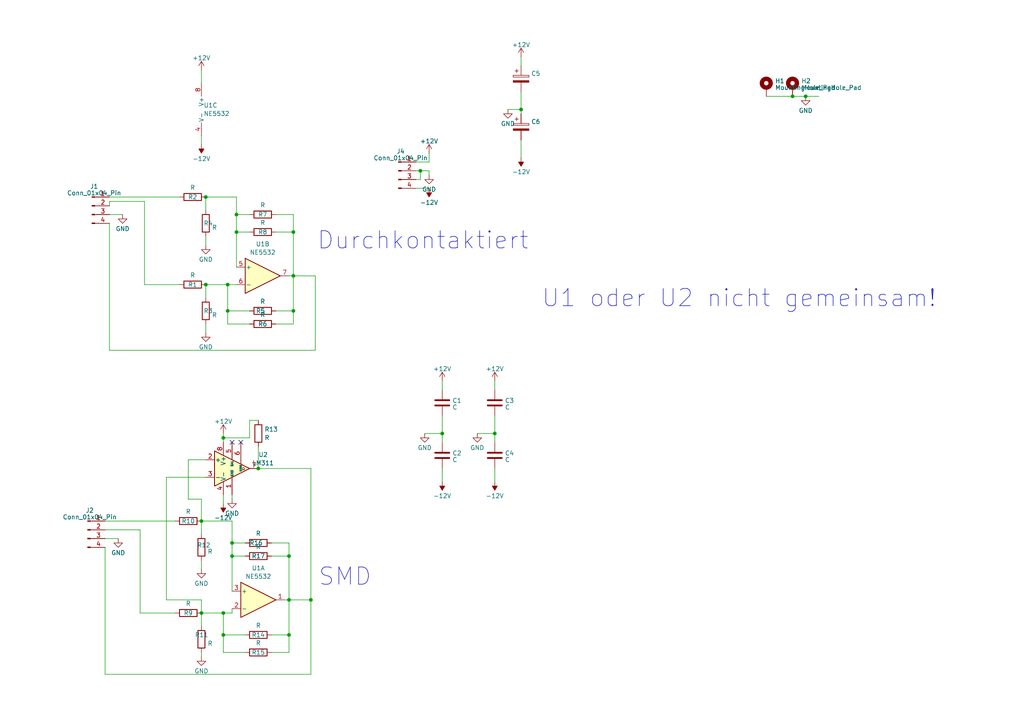
<source format=kicad_sch>
(kicad_sch (version 20231120) (generator "eeschema") (generator_version "8.0")
  (paper "A4")
  (title_block (title "Breadboard OP") (date "2023-11-25") (rev "1.0"))
  (lib_symbols
    (symbol "Amplifier_Operational:NE5532" (pin_names (offset 0.127))
      (property "Reference" "U" (at 0 5.08 0))
      (property "Value" "NE5532" (at 0 -5.08 0))
      (symbol "NE5532_1_1"
        (polyline (pts (xy -5.08 5.08) (xy 5.08 0) (xy -5.08 -5.08) (xy -5.08 5.08)) (stroke (width 0.254)) (fill (type background)))
        (pin output line (at 7.62 0 180) (length 2.54) (name "~") (number "1"))
        (pin input line (at -7.62 -2.54 0) (length 2.54) (name "-") (number "2"))
        (pin input line (at -7.62 2.54 0) (length 2.54) (name "+") (number "3"))
      )
      (symbol "NE5532_2_1"
        (polyline (pts (xy -5.08 5.08) (xy 5.08 0) (xy -5.08 -5.08) (xy -5.08 5.08)) (stroke (width 0.254)) (fill (type background)))
        (pin input line (at -7.62 2.54 0) (length 2.54) (name "+") (number "5"))
        (pin input line (at -7.62 -2.54 0) (length 2.54) (name "-") (number "6"))
        (pin output line (at 7.62 0 180) (length 2.54) (name "~") (number "7"))
      )
      (symbol "NE5532_3_1"
        (pin power_in line (at -2.54 -7.62 90) (length 3.81) (name "V-") (number "4"))
        (pin power_in line (at -2.54 7.62 270) (length 3.81) (name "V+") (number "8"))
      )
    )
    (symbol "Comparator:LM311" (pin_names (offset 0.127))
      (property "Reference" "U" (at 3.81 6.35 0))
      (property "Value" "LM311" (at 3.81 3.81 0))
      (symbol "LM311_0_1"
        (polyline (pts (xy 5.08 0) (xy -5.08 5.08) (xy -5.08 -5.08) (xy 5.08 0)) (stroke (width 0.254)) (fill (type background)))
        (polyline (pts (xy 3.683 -0.381) (xy 3.302 -0.381) (xy 3.683 0) (xy 3.302 0.381) (xy 2.921 0) (xy 3.302 -0.381) (xy 2.921 -0.381)) (stroke (width 0.127)))
      )
      (symbol "LM311_1_1"
        (pin passive line (at 0 -7.62 90) (length 5.08) (name "GND") (number "1"))
        (pin input line (at -7.62 2.54 0) (length 2.54) (name "+") (number "2"))
        (pin input line (at -7.62 -2.54 0) (length 2.54) (name "-") (number "3"))
        (pin power_in line (at -2.54 -7.62 90) (length 3.81) (name "V-") (number "4"))
        (pin input line (at 0 7.62 270) (length 5.08) (name "BAL") (number "5"))
        (pin input line (at 2.54 7.62 270) (length 6.35) (name "STRB") (number "6"))
        (pin open_collector line (at 7.62 0 180) (length 2.54) (name "~") (number "7"))
        (pin power_in line (at -2.54 7.62 270) (length 3.81) (name "V+") (number "8"))
      )
    )
    (symbol "Connector:Conn_01x04_Pin" (pin_names (offset 1.016) hide)
      (property "Reference" "J" (at 0 5.08 0))
      (property "Value" "Conn_01x04_Pin" (at 0 -7.62 0))
      (symbol "Conn_01x04_Pin_1_1"
        (polyline (pts (xy 1.27 -5.08) (xy 0.8636 -5.08)) (stroke (width 0.1524)))
        (polyline (pts (xy 1.27 -2.54) (xy 0.8636 -2.54)) (stroke (width 0.1524)))
        (polyline (pts (xy 1.27 0) (xy 0.8636 0)) (stroke (width 0.1524)))
        (polyline (pts (xy 1.27 2.54) (xy 0.8636 2.54)) (stroke (width 0.1524)))
        (rectangle (start 0.8636 -4.953) (end 0 -5.207) (stroke (width 0.1524)) (fill (type outline)))
        (rectangle (start 0.8636 -2.413) (end 0 -2.667) (stroke (width 0.1524)) (fill (type outline)))
        (rectangle (start 0.8636 0.127) (end 0 -0.127) (stroke (width 0.1524)) (fill (type outline)))
        (rectangle (start 0.8636 2.667) (end 0 2.413) (stroke (width 0.1524)) (fill (type outline)))
        (pin passive line (at 5.08 2.54 180) (length 3.81) (name "Pin_1") (number "1"))
        (pin passive line (at 5.08 0 180) (length 3.81) (name "Pin_2") (number "2"))
        (pin passive line (at 5.08 -2.54 180) (length 3.81) (name "Pin_3") (number "3"))
        (pin passive line (at 5.08 -5.08 180) (length 3.81) (name "Pin_4") (number "4"))
      )
    )
    (symbol "Device:C" (pin_numbers hide) (pin_names (offset 0.254))
      (property "Reference" "C" (at 0.635 2.54 0))
      (property "Value" "C" (at 0.635 -2.54 0))
      (symbol "C_0_1"
        (polyline (pts (xy -2.032 -0.762) (xy 2.032 -0.762)) (stroke (width 0.508)))
        (polyline (pts (xy -2.032 0.762) (xy 2.032 0.762)) (stroke (width 0.508)))
      )
      (symbol "C_1_1"
        (pin passive line (at 0 3.81 270) (length 2.794) (name "~") (number "1"))
        (pin passive line (at 0 -3.81 90) (length 2.794) (name "~") (number "2"))
      )
    )
    (symbol "Device:C_Polarized" (pin_numbers hide) (pin_names (offset 0.254))
      (property "Reference" "C" (at 0.635 2.54 0))
      (property "Value" "C_Polarized" (at 0.635 -2.54 0))
      (symbol "C_Polarized_0_1"
        (rectangle (start -2.286 0.508) (end 2.286 1.016))
        (polyline (pts (xy -1.778 2.286) (xy -0.762 2.286)))
        (polyline (pts (xy -1.27 2.794) (xy -1.27 1.778)))
        (rectangle (start 2.286 -0.508) (end -2.286 -1.016) (fill (type outline)))
      )
      (symbol "C_Polarized_1_1"
        (pin passive line (at 0 3.81 270) (length 2.794) (name "~") (number "1"))
        (pin passive line (at 0 -3.81 90) (length 2.794) (name "~") (number "2"))
      )
    )
    (symbol "Device:R" (pin_numbers hide) (pin_names (offset 0))
      (property "Reference" "R" (at 2.032 0 90))
      (property "Value" "R" (at 0 0 90))
      (symbol "R_0_1"
        (rectangle (start -1.016 -2.54) (end 1.016 2.54) (stroke (width 0.254)))
      )
      (symbol "R_1_1"
        (pin passive line (at 0 3.81 270) (length 1.27) (name "~") (number "1"))
        (pin passive line (at 0 -3.81 90) (length 1.27) (name "~") (number "2"))
      )
    )
    (symbol "Mechanical:MountingHole_Pad" (pin_numbers hide) (pin_names (offset 1.016) hide)
      (property "Reference" "H" (at 0 6.35 0))
      (property "Value" "MountingHole_Pad" (at 0 4.445 0))
      (symbol "MountingHole_Pad_0_1"
        (circle (center 0 1.27) (radius 1.27) (stroke (width 1.27)))
      )
      (symbol "MountingHole_Pad_1_1"
        (pin input line (at 0 -2.54 90) (length 2.54) (name "1") (number "1"))
      )
    )
    (symbol "power:+12V" (power) (pin_names (offset 0))
      (property "Value" "+12V" (at 0 3.556 0))
      (symbol "+12V_0_1"
        (polyline (pts (xy -0.762 1.27) (xy 0 2.54)))
        (polyline (pts (xy 0 0) (xy 0 2.54)))
        (polyline (pts (xy 0 2.54) (xy 0.762 1.27)))
      )
      (symbol "+12V_1_1"
        (pin power_in line (at 0 0 90) (length 0) hide (name "+12V") (number "1"))
      )
    )
    (symbol "power:-12V" (power) (pin_names (offset 0))
      (property "Value" "-12V" (at 0 3.81 0))
      (symbol "-12V_0_0"
        (pin power_in line (at 0 0 90) (length 0) hide (name "-12V") (number "1"))
      )
      (symbol "-12V_0_1"
        (polyline (pts (xy 0 0) (xy 0 1.27) (xy 0.762 1.27) (xy 0 2.54) (xy -0.762 1.27) (xy 0 1.27)) (fill (type outline)))
      )
    )
    (symbol "power:GND" (power) (pin_names (offset 0))
      (property "Value" "GND" (at 0 -3.81 0))
      (symbol "GND_0_1"
        (polyline (pts (xy 0 0) (xy 0 -1.27) (xy 1.27 -1.27) (xy 0 -2.54) (xy -1.27 -1.27) (xy 0 -1.27)))
      )
      (symbol "GND_1_1"
        (pin power_in line (at 0 0 270) (length 0) hide (name "GND") (number "1"))
      )
    )
  )
  (junction (at 64.77 127))
  (junction (at 85.09 80.01))
  (junction (at 58.42 151.13))
  (junction (at 90.17 173.99))
  (junction (at 68.58 62.23))
  (junction (at 85.09 67.31))
  (junction (at 67.31 157.48))
  (junction (at 83.82 173.99))
  (junction (at 143.51 125.73))
  (junction (at 85.09 90.17))
  (junction (at 59.69 57.15))
  (junction (at 121.92 49.53))
  (junction (at 128.27 125.73))
  (junction (at 229.87 27.94))
  (junction (at 74.93 135.89))
  (junction (at 83.82 161.29))
  (junction (at 58.42 177.8))
  (junction (at 151.13 31.75))
  (junction (at 68.58 67.31))
  (junction (at 59.69 82.55))
  (junction (at 64.77 177.8))
  (junction (at 66.04 90.17))
  (junction (at 67.31 161.29))
  (junction (at 83.82 184.15))
  (junction (at 64.77 184.15))
  (junction (at 66.04 82.55))
  (junction (at 233.68 27.94))
  (no_connect (at 67.31 128.27))
  (no_connect (at 69.85 128.27))
  (wire (pts (xy 74.93 135.89) (xy 90.17 135.89)))
  (wire (pts (xy 67.31 157.48) (xy 67.31 161.29)))
  (wire (pts (xy 68.58 62.23) (xy 72.39 62.23)))
  (wire (pts (xy 64.77 125.73) (xy 64.77 127)))
  (wire (pts (xy 68.58 67.31) (xy 68.58 77.47)))
  (wire (pts (xy 83.82 157.48) (xy 83.82 161.29)))
  (wire (pts (xy 78.74 157.48) (xy 83.82 157.48)))
  (wire (pts (xy 66.04 90.17) (xy 66.04 93.98)))
  (wire (pts (xy 128.27 110.49) (xy 128.27 113.03)))
  (wire (pts (xy 58.42 162.56) (xy 58.42 165.1)))
  (wire (pts (xy 151.13 40.64) (xy 151.13 45.72)))
  (wire (pts (xy 58.42 144.78) (xy 58.42 151.13)))
  (wire (pts (xy 80.01 67.31) (xy 85.09 67.31)))
  (wire (pts (xy 83.82 173.99) (xy 82.55 173.99)))
  (wire (pts (xy 31.75 57.15) (xy 52.07 57.15)))
  (wire (pts (xy 128.27 135.89) (xy 128.27 139.7)))
  (wire (pts (xy 58.42 173.99) (xy 58.42 177.8)))
  (wire (pts (xy 54.61 133.35) (xy 54.61 144.78)))
  (wire (pts (xy 72.39 121.92) (xy 72.39 127)))
  (wire (pts (xy 54.61 144.78) (xy 58.42 144.78)))
  (wire (pts (xy 67.31 143.51) (xy 67.31 144.78)))
  (wire (pts (xy 58.42 151.13) (xy 58.42 154.94)))
  (wire (pts (xy 59.69 82.55) (xy 59.69 86.36)))
  (wire (pts (xy 143.51 125.73) (xy 143.51 128.27)))
  (wire (pts (xy 59.69 57.15) (xy 59.69 60.96)))
  (wire (pts (xy 85.09 62.23) (xy 85.09 67.31)))
  (wire (pts (xy 58.42 20.32) (xy 58.42 24.13)))
  (wire (pts (xy 85.09 80.01) (xy 91.44 80.01)))
  (wire (pts (xy 147.32 31.75) (xy 151.13 31.75)))
  (wire (pts (xy 83.82 173.99) (xy 90.17 173.99)))
  (wire (pts (xy 128.27 120.65) (xy 128.27 125.73)))
  (wire (pts (xy 66.04 82.55) (xy 68.58 82.55)))
  (wire (pts (xy 83.82 184.15) (xy 83.82 173.99)))
  (wire (pts (xy 41.91 82.55) (xy 41.91 58.42)))
  (wire (pts (xy 78.74 184.15) (xy 83.82 184.15)))
  (wire (pts (xy 222.25 27.94) (xy 229.87 27.94)))
  (wire (pts (xy 151.13 26.67) (xy 151.13 31.75)))
  (wire (pts (xy 80.01 62.23) (xy 85.09 62.23)))
  (wire (pts (xy 68.58 62.23) (xy 68.58 67.31)))
  (wire (pts (xy 85.09 93.98) (xy 85.09 90.17)))
  (wire (pts (xy 31.75 58.42) (xy 31.75 59.69)))
  (wire (pts (xy 48.26 138.43) (xy 48.26 173.99)))
  (wire (pts (xy 151.13 16.51) (xy 151.13 19.05)))
  (wire (pts (xy 31.75 101.6) (xy 31.75 64.77)))
  (wire (pts (xy 67.31 157.48) (xy 71.12 157.48)))
  (wire (pts (xy 48.26 138.43) (xy 59.69 138.43)))
  (wire (pts (xy 30.48 195.58) (xy 30.48 158.75)))
  (wire (pts (xy 143.51 135.89) (xy 143.51 139.7)))
  (wire (pts (xy 124.46 49.53) (xy 124.46 50.8)))
  (wire (pts (xy 64.77 177.8) (xy 64.77 184.15)))
  (wire (pts (xy 41.91 58.42) (xy 31.75 58.42)))
  (wire (pts (xy 30.48 151.13) (xy 50.8 151.13)))
  (wire (pts (xy 31.75 62.23) (xy 35.56 62.23)))
  (wire (pts (xy 229.87 27.94) (xy 233.68 27.94)))
  (wire (pts (xy 64.77 143.51) (xy 64.77 146.05)))
  (wire (pts (xy 72.39 127) (xy 64.77 127)))
  (wire (pts (xy 58.42 189.23) (xy 58.42 190.5)))
  (wire (pts (xy 138.43 125.73) (xy 143.51 125.73)))
  (wire (pts (xy 120.65 49.53) (xy 121.92 49.53)))
  (wire (pts (xy 64.77 189.23) (xy 71.12 189.23)))
  (wire (pts (xy 66.04 82.55) (xy 66.04 90.17)))
  (wire (pts (xy 85.09 80.01) (xy 83.82 80.01)))
  (wire (pts (xy 40.64 177.8) (xy 40.64 153.67)))
  (wire (pts (xy 78.74 161.29) (xy 83.82 161.29)))
  (wire (pts (xy 59.69 93.98) (xy 59.69 96.52)))
  (wire (pts (xy 120.65 54.61) (xy 124.46 54.61)))
  (wire (pts (xy 68.58 57.15) (xy 68.58 62.23)))
  (wire (pts (xy 58.42 177.8) (xy 58.42 181.61)))
  (wire (pts (xy 59.69 133.35) (xy 54.61 133.35)))
  (wire (pts (xy 41.91 82.55) (xy 52.07 82.55)))
  (wire (pts (xy 128.27 125.73) (xy 128.27 128.27)))
  (wire (pts (xy 58.42 39.37) (xy 58.42 41.91)))
  (wire (pts (xy 80.01 93.98) (xy 85.09 93.98)))
  (wire (pts (xy 59.69 68.58) (xy 59.69 71.12)))
  (wire (pts (xy 85.09 67.31) (xy 85.09 80.01)))
  (wire (pts (xy 91.44 101.6) (xy 31.75 101.6)))
  (wire (pts (xy 121.92 52.07) (xy 121.92 49.53)))
  (wire (pts (xy 91.44 80.01) (xy 91.44 101.6)))
  (wire (pts (xy 143.51 120.65) (xy 143.51 125.73)))
  (wire (pts (xy 123.19 125.73) (xy 128.27 125.73)))
  (wire (pts (xy 66.04 93.98) (xy 72.39 93.98)))
  (wire (pts (xy 64.77 184.15) (xy 71.12 184.15)))
  (wire (pts (xy 64.77 184.15) (xy 64.77 189.23)))
  (wire (pts (xy 143.51 110.49) (xy 143.51 113.03)))
  (wire (pts (xy 67.31 177.8) (xy 67.31 176.53)))
  (wire (pts (xy 58.42 151.13) (xy 67.31 151.13)))
  (wire (pts (xy 48.26 173.99) (xy 58.42 173.99)))
  (wire (pts (xy 67.31 151.13) (xy 67.31 157.48)))
  (wire (pts (xy 66.04 90.17) (xy 72.39 90.17)))
  (wire (pts (xy 64.77 177.8) (xy 67.31 177.8)))
  (wire (pts (xy 124.46 46.99) (xy 124.46 44.45)))
  (wire (pts (xy 83.82 161.29) (xy 83.82 173.99)))
  (wire (pts (xy 58.42 177.8) (xy 64.77 177.8)))
  (wire (pts (xy 120.65 46.99) (xy 124.46 46.99)))
  (wire (pts (xy 40.64 153.67) (xy 30.48 153.67)))
  (wire (pts (xy 67.31 161.29) (xy 67.31 171.45)))
  (wire (pts (xy 74.93 121.92) (xy 72.39 121.92)))
  (wire (pts (xy 59.69 82.55) (xy 66.04 82.55)))
  (wire (pts (xy 151.13 31.75) (xy 151.13 33.02)))
  (wire (pts (xy 83.82 189.23) (xy 83.82 184.15)))
  (wire (pts (xy 78.74 189.23) (xy 83.82 189.23)))
  (wire (pts (xy 120.65 52.07) (xy 121.92 52.07)))
  (wire (pts (xy 68.58 67.31) (xy 72.39 67.31)))
  (wire (pts (xy 233.68 27.94) (xy 237.49 27.94)))
  (wire (pts (xy 59.69 57.15) (xy 68.58 57.15)))
  (wire (pts (xy 90.17 135.89) (xy 90.17 173.99)))
  (wire (pts (xy 64.77 127) (xy 64.77 128.27)))
  (wire (pts (xy 67.31 161.29) (xy 71.12 161.29)))
  (wire (pts (xy 90.17 195.58) (xy 30.48 195.58)))
  (wire (pts (xy 74.93 129.54) (xy 74.93 135.89)))
  (wire (pts (xy 30.48 156.21) (xy 34.29 156.21)))
  (wire (pts (xy 121.92 49.53) (xy 124.46 49.53)))
  (wire (pts (xy 90.17 173.99) (xy 90.17 195.58)))
  (wire (pts (xy 40.64 177.8) (xy 50.8 177.8)))
  (wire (pts (xy 85.09 90.17) (xy 85.09 80.01)))
  (wire (pts (xy 80.01 90.17) (xy 85.09 90.17)))
  (text "U1 oder U2 nicht gemeinsam!" (at 214.376 86.614 0) (effects (font (size 5 5))))
  (text "Durchkontaktiert" (at 122.682 69.85 0) (effects (font (size 5 5))))
  (text "SMD" (at 100.076 167.386 0) (effects (font (size 5 5))))
  (symbol (lib_id "Amplifier_Operational:NE5532") (at 76.2 80.01 0) (unit 2)
    (property "Reference" "U1" (at 76.2 70.7857 0))
    (property "Value" "NE5532" (at 76.2 73.2099 0))
    (property "Footprint" "Package_SO:SOIC-8_3.9x4.9mm_P1.27mm" (effects (hide yes)))
    (property "Datasheet" "http://www.ti.com/lit/ds/symlink/ne5532.pdf" (effects (hide yes)))
  )
  (symbol (lib_id "Device:R") (at 54.61 177.8 90) (unit 1)
    (property "Reference" "R9" (at 54.61 177.8 90))
    (property "Value" "R" (at 54.61 175.0639 90))
    (property "Footprint" "Resistor_SMD:R_0805_2012Metric_Pad1.20x1.40mm_HandSolder" (effects (hide yes)))
  )
  (symbol (lib_id "Device:C") (at 143.51 116.84 0) (unit 1)
    (property "Reference" "C3" (at 146.431 116.1963 0) (effects (justify left)))
    (property "Value" "C" (at 146.431 118.1173 0) (effects (justify left)))
    (property "Footprint" "Capacitor_SMD:C_0805_2012Metric_Pad1.18x1.45mm_HandSolder" (effects (hide yes)))
  )
  (symbol (lib_id "Mechanical:MountingHole_Pad") (at 229.87 25.4 0) (unit 1)
    (property "Reference" "H2" (at 232.41 23.4863 0) (effects (justify left)))
    (property "Value" "MountingHole_Pad" (at 232.41 25.4073 0) (effects (justify left)))
    (property "Footprint" "MountingHole:MountingHole_3.2mm_M3_DIN965_Pad_TopBottom" (effects (hide yes)))
  )
  (symbol (lib_id "Amplifier_Operational:NE5532") (at 60.96 31.75 0) (unit 3)
    (property "Reference" "U1" (at 59.055 30.5379 0) (effects (justify left)))
    (property "Value" "NE5532" (at 59.055 32.9621 0) (effects (justify left)))
    (property "Footprint" "Package_SO:SOIC-8_3.9x4.9mm_P1.27mm" (effects (hide yes)))
    (property "Datasheet" "http://www.ti.com/lit/ds/symlink/ne5532.pdf" (effects (hide yes)))
  )
  (symbol (lib_id "Device:R") (at 55.88 57.15 90) (unit 1)
    (property "Reference" "R2" (at 55.88 57.15 90))
    (property "Value" "R" (at 55.88 54.4139 90))
    (property "Footprint" "Resistor_THT:R_Axial_DIN0204_L3.6mm_D1.6mm_P7.62mm_Horizontal" (effects (hide yes)))
  )
  (symbol (lib_id "power:-12V") (at 128.27 139.7 180) (unit 1)
    (property "Reference" "#PWR0143" (effects (hide yes)))
    (property "Value" "-12V" (at 128.27 143.8355 0))
  )
  (symbol (lib_id "power:+12V") (at 151.13 16.51 0) (unit 1)
    (property "Reference" "#PWR0116" (effects (hide yes)))
    (property "Value" "+12V" (at 151.13 13.0081 0))
  )
  (symbol (lib_id "power:-12V") (at 124.46 54.61 180) (unit 1)
    (property "Reference" "#PWR0110" (effects (hide yes)))
    (property "Value" "-12V" (at 124.46 58.7455 0))
  )
  (symbol (lib_id "Device:R") (at 74.93 157.48 90) (unit 1)
    (property "Reference" "R16" (at 74.295 157.48 90))
    (property "Value" "R" (at 74.93 154.7439 90))
    (property "Footprint" "Resistor_SMD:R_0805_2012Metric_Pad1.20x1.40mm_HandSolder" (effects (hide yes)))
  )
  (symbol (lib_id "Device:C_Polarized") (at 151.13 22.86 0) (unit 1)
    (property "Reference" "C5" (at 154.051 21.3273 0) (effects (justify left)))
    (property "Value" "C_Polarized" (effects (hide yes)))
    (property "Footprint" "Capacitor_SMD:CP_Elec_6.3x5.9" (effects (hide yes)))
  )
  (symbol (lib_id "Device:R") (at 76.2 62.23 90) (unit 1)
    (property "Reference" "R7" (at 76.2 62.23 90))
    (property "Value" "R" (at 76.2 59.4939 90))
    (property "Footprint" "Resistor_THT:R_Axial_DIN0204_L3.6mm_D1.6mm_P7.62mm_Horizontal" (effects (hide yes)))
  )
  (symbol (lib_id "Connector:Conn_01x04_Pin") (at 25.4 153.67 0) (unit 1)
    (property "Reference" "J2" (at 26.035 148.0439 0))
    (property "Value" "Conn_01x04_Pin" (at 26.035 149.9649 0))
    (property "Footprint" "Connector_PinHeader_2.54mm:PinHeader_1x04_P2.54mm_Vertical" (effects (hide yes)))
  )
  (symbol (lib_id "power:GND") (at 67.31 144.78 0) (unit 1)
    (property "Reference" "#PWR0132" (effects (hide yes)))
    (property "Value" "GND" (at 67.31 148.9131 0))
  )
  (symbol (lib_id "power:GND") (at 59.69 71.12 0) (unit 1)
    (property "Reference" "#PWR0128" (effects (hide yes)))
    (property "Value" "GND" (at 59.69 75.2555 0))
  )
  (symbol (lib_id "Device:R") (at 58.42 185.42 180) (unit 1)
    (property "Reference" "R11" (at 56.515 184.15 0) (effects (justify right)))
    (property "Value" "R" (at 60.198 186.6321 0) (effects (justify right)))
    (property "Footprint" "Resistor_SMD:R_0805_2012Metric_Pad1.20x1.40mm_HandSolder" (effects (hide yes)))
  )
  (symbol (lib_id "Device:R") (at 59.69 90.17 180) (unit 1)
    (property "Reference" "R3" (at 59.055 90.17 0) (effects (justify right)))
    (property "Value" "R" (at 61.468 91.3821 0) (effects (justify right)))
    (property "Footprint" "Resistor_THT:R_Axial_DIN0204_L3.6mm_D1.6mm_P7.62mm_Horizontal" (effects (hide yes)))
  )
  (symbol (lib_id "power:+12V") (at 128.27 110.49 0) (unit 1)
    (property "Reference" "#PWR0137" (effects (hide yes)))
    (property "Value" "+12V" (at 128.27 106.9881 0))
  )
  (symbol (lib_id "Device:R") (at 74.93 189.23 270) (unit 1)
    (property "Reference" "R15" (at 74.93 189.23 90))
    (property "Value" "R" (at 74.93 186.4939 90))
    (property "Footprint" "Resistor_SMD:R_0805_2012Metric_Pad1.20x1.40mm_HandSolder" (effects (hide yes)))
  )
  (symbol (lib_id "power:GND") (at 35.56 62.23 0) (unit 1)
    (property "Reference" "#PWR0125" (effects (hide yes)))
    (property "Value" "GND" (at 35.56 66.3655 0))
  )
  (symbol (lib_id "Device:R") (at 74.93 184.15 90) (unit 1)
    (property "Reference" "R14" (at 74.93 184.15 90))
    (property "Value" "R" (at 74.93 181.4139 90))
    (property "Footprint" "Resistor_SMD:R_0805_2012Metric_Pad1.20x1.40mm_HandSolder" (effects (hide yes)))
  )
  (symbol (lib_id "power:+12V") (at 58.42 20.32 0) (unit 1)
    (property "Reference" "#PWR0130" (effects (hide yes)))
    (property "Value" "+12V" (at 58.42 16.8181 0))
  )
  (symbol (lib_id "power:GND") (at 58.42 165.1 0) (unit 1)
    (property "Reference" "#PWR0135" (effects (hide yes)))
    (property "Value" "GND" (at 58.42 169.2355 0))
  )
  (symbol (lib_id "Connector:Conn_01x04_Pin") (at 26.67 59.69 0) (unit 1)
    (property "Reference" "J1" (at 27.305 54.0639 0))
    (property "Value" "Conn_01x04_Pin" (at 27.305 55.9849 0))
    (property "Footprint" "Connector_PinHeader_2.54mm:PinHeader_1x04_P2.54mm_Vertical" (effects (hide yes)))
  )
  (symbol (lib_id "power:GND") (at 147.32 31.75 0) (unit 1)
    (property "Reference" "#PWR0109" (effects (hide yes)))
    (property "Value" "GND" (at 147.32 35.8855 0))
  )
  (symbol (lib_id "Connector:Conn_01x04_Pin") (at 115.57 49.53 0) (unit 1)
    (property "Reference" "J4" (at 116.205 43.9039 0))
    (property "Value" "Conn_01x04_Pin" (at 116.205 45.8249 0))
    (property "Footprint" "Connector_PinSocket_2.54mm:PinSocket_1x04_P2.54mm_Vertical" (effects (hide yes)))
  )
  (symbol (lib_id "power:-12V") (at 143.51 139.7 180) (unit 1)
    (property "Reference" "#PWR0142" (effects (hide yes)))
    (property "Value" "-12V" (at 143.51 143.8355 0))
  )
  (symbol (lib_id "power:GND") (at 123.19 125.73 0) (unit 1)
    (property "Reference" "#PWR0139" (effects (hide yes)))
    (property "Value" "GND" (at 123.19 129.8655 0))
  )
  (symbol (lib_id "power:GND") (at 138.43 125.73 0) (unit 1)
    (property "Reference" "#PWR0144" (effects (hide yes)))
    (property "Value" "GND" (at 138.43 129.8655 0))
  )
  (symbol (lib_id "Device:R") (at 74.93 161.29 270) (unit 1)
    (property "Reference" "R17" (at 74.93 161.29 90))
    (property "Value" "R" (at 74.93 158.5539 90))
    (property "Footprint" "Resistor_SMD:R_0805_2012Metric_Pad1.20x1.40mm_HandSolder" (effects (hide yes)))
  )
  (symbol (lib_id "Device:C") (at 143.51 132.08 0) (unit 1)
    (property "Reference" "C4" (at 146.431 131.4363 0) (effects (justify left)))
    (property "Value" "C" (at 146.431 133.3573 0) (effects (justify left)))
    (property "Footprint" "Capacitor_SMD:C_0805_2012Metric_Pad1.18x1.45mm_HandSolder" (effects (hide yes)))
  )
  (symbol (lib_id "Device:C") (at 128.27 132.08 0) (unit 1)
    (property "Reference" "C2" (at 131.191 131.4363 0) (effects (justify left)))
    (property "Value" "C" (at 131.191 133.3573 0) (effects (justify left)))
    (property "Footprint" "Capacitor_SMD:C_0805_2012Metric_Pad1.18x1.45mm_HandSolder" (effects (hide yes)))
  )
  (symbol (lib_id "Device:R") (at 55.88 82.55 90) (unit 1)
    (property "Reference" "R1" (at 55.88 82.55 90))
    (property "Value" "R" (at 55.88 79.8139 90))
    (property "Footprint" "Resistor_THT:R_Axial_DIN0204_L3.6mm_D1.6mm_P7.62mm_Horizontal" (effects (hide yes)))
  )
  (symbol (lib_id "Device:C") (at 128.27 116.84 0) (unit 1)
    (property "Reference" "C1" (at 131.191 116.1963 0) (effects (justify left)))
    (property "Value" "C" (at 131.191 118.1173 0) (effects (justify left)))
    (property "Footprint" "Capacitor_SMD:C_0805_2012Metric_Pad1.18x1.45mm_HandSolder" (effects (hide yes)))
  )
  (symbol (lib_id "power:+12V") (at 143.51 110.49 0) (unit 1)
    (property "Reference" "#PWR0138" (effects (hide yes)))
    (property "Value" "+12V" (at 143.51 106.9881 0))
  )
  (symbol (lib_id "Device:R") (at 59.69 64.77 180) (unit 1)
    (property "Reference" "R4" (at 59.055 64.77 0) (effects (justify right)))
    (property "Value" "R" (at 61.468 65.9821 0) (effects (justify right)))
    (property "Footprint" "Resistor_THT:R_Axial_DIN0204_L3.6mm_D1.6mm_P7.62mm_Horizontal" (effects (hide yes)))
  )
  (symbol (lib_id "power:-12V") (at 58.42 41.91 180) (unit 1)
    (property "Reference" "#PWR0131" (effects (hide yes)))
    (property "Value" "-12V" (at 58.42 46.0455 0))
  )
  (symbol (lib_id "power:-12V") (at 151.13 45.72 180) (unit 1)
    (property "Reference" "#PWR0108" (effects (hide yes)))
    (property "Value" "-12V" (at 151.13 49.8555 0))
  )
  (symbol (lib_id "power:+12V") (at 124.46 44.45 0) (unit 1)
    (property "Reference" "#PWR0112" (effects (hide yes)))
    (property "Value" "+12V" (at 124.46 40.9481 0))
  )
  (symbol (lib_id "Device:C_Polarized") (at 151.13 36.83 0) (unit 1)
    (property "Reference" "C6" (at 154.051 35.2973 0) (effects (justify left)))
    (property "Value" "C_Polarized" (effects (hide yes)))
    (property "Footprint" "Capacitor_SMD:CP_Elec_6.3x5.9" (effects (hide yes)))
  )
  (symbol (lib_id "Comparator:LM311") (at 67.31 135.89 0) (unit 1)
    (property "Reference" "U2" (at 76.3172 131.8728 0))
    (property "Value" "LM311" (at 76.3172 134.297 0))
    (property "Footprint" "Package_SO:SOIC-8_3.9x4.9mm_P1.27mm" (effects (hide yes)))
    (property "Datasheet" "https://www.st.com/resource/en/datasheet/lm311.pdf" (effects (hide yes)))
  )
  (symbol (lib_id "Device:R") (at 54.61 151.13 90) (unit 1)
    (property "Reference" "R10" (at 54.61 151.13 90))
    (property "Value" "R" (at 54.61 148.3939 90))
    (property "Footprint" "Resistor_SMD:R_0805_2012Metric_Pad1.20x1.40mm_HandSolder" (effects (hide yes)))
  )
  (symbol (lib_id "power:GND") (at 233.68 27.94 0) (unit 1)
    (property "Reference" "#PWR0102" (effects (hide yes)))
    (property "Value" "GND" (at 233.68 32.0755 0))
  )
  (symbol (lib_id "power:+12V") (at 64.77 125.73 0) (unit 1)
    (property "Reference" "#PWR0126" (effects (hide yes)))
    (property "Value" "+12V" (at 64.77 122.2281 0))
  )
  (symbol (lib_id "power:-12V") (at 64.77 146.05 180) (unit 1)
    (property "Reference" "#PWR0133" (effects (hide yes)))
    (property "Value" "-12V" (at 64.77 150.1855 0))
  )
  (symbol (lib_id "Device:R") (at 76.2 93.98 270) (unit 1)
    (property "Reference" "R6" (at 76.2 93.98 90))
    (property "Value" "R" (at 76.2 91.2439 90))
    (property "Footprint" "Resistor_THT:R_Axial_DIN0204_L3.6mm_D1.6mm_P7.62mm_Horizontal" (effects (hide yes)))
  )
  (symbol (lib_id "power:GND") (at 34.29 156.21 0) (unit 1)
    (property "Reference" "#PWR0136" (effects (hide yes)))
    (property "Value" "GND" (at 34.29 160.3455 0))
  )
  (symbol (lib_id "power:GND") (at 58.42 190.5 0) (unit 1)
    (property "Reference" "#PWR0134" (effects (hide yes)))
    (property "Value" "GND" (at 58.42 194.6355 0))
  )
  (symbol (lib_id "Amplifier_Operational:NE5532") (at 74.93 173.99 0) (unit 1)
    (property "Reference" "U1" (at 74.93 164.7657 0))
    (property "Value" "NE5532" (at 74.93 167.1899 0))
    (property "Footprint" "Package_SO:SOIC-8_3.9x4.9mm_P1.27mm" (effects (hide yes)))
    (property "Datasheet" "http://www.ti.com/lit/ds/symlink/ne5532.pdf" (effects (hide yes)))
  )
  (symbol (lib_id "power:GND") (at 59.69 96.52 0) (unit 1)
    (property "Reference" "#PWR0127" (effects (hide yes)))
    (property "Value" "GND" (at 59.69 100.6555 0))
  )
  (symbol (lib_id "Mechanical:MountingHole_Pad") (at 222.25 25.4 0) (unit 1)
    (property "Reference" "H1" (at 224.79 23.4863 0) (effects (justify left)))
    (property "Value" "MountingHole_Pad" (at 224.79 25.4073 0) (effects (justify left)))
    (property "Footprint" "MountingHole:MountingHole_3.2mm_M3_DIN965_Pad_TopBottom" (effects (hide yes)))
  )
  (symbol (lib_id "power:GND") (at 124.46 50.8 0) (unit 1)
    (property "Reference" "#PWR0111" (effects (hide yes)))
    (property "Value" "GND" (at 124.46 54.9355 0))
  )
  (symbol (lib_id "Device:R") (at 76.2 90.17 90) (unit 1)
    (property "Reference" "R5" (at 75.565 90.17 90))
    (property "Value" "R" (at 76.2 87.4339 90))
    (property "Footprint" "Resistor_THT:R_Axial_DIN0204_L3.6mm_D1.6mm_P7.62mm_Horizontal" (effects (hide yes)))
  )
  (symbol (lib_id "Device:R") (at 76.2 67.31 270) (unit 1)
    (property "Reference" "R8" (at 76.2 67.31 90))
    (property "Value" "R" (at 76.2 64.5739 90))
    (property "Footprint" "Resistor_THT:R_Axial_DIN0204_L3.6mm_D1.6mm_P7.62mm_Horizontal" (effects (hide yes)))
  )
  (symbol (lib_id "Device:R") (at 74.93 125.73 0) (unit 1)
    (property "Reference" "R13" (at 76.708 124.5179 0) (effects (justify left)))
    (property "Value" "R" (at 76.708 126.9421 0) (effects (justify left)))
    (property "Footprint" "Resistor_SMD:R_0805_2012Metric_Pad1.20x1.40mm_HandSolder" (effects (hide yes)))
  )
  (symbol (lib_id "Device:R") (at 58.42 158.75 180) (unit 1)
    (property "Reference" "R12" (at 57.15 158.115 0) (effects (justify right)))
    (property "Value" "R" (at 60.198 159.9621 0) (effects (justify right)))
    (property "Footprint" "Resistor_SMD:R_0805_2012Metric_Pad1.20x1.40mm_HandSolder" (effects (hide yes)))
  )
)
</source>
